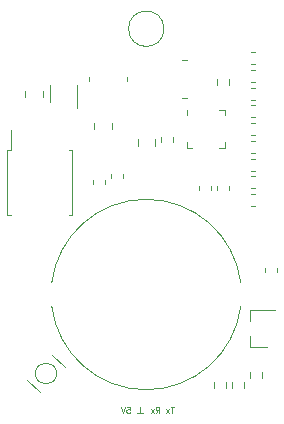
<source format=gbr>
G04 #@! TF.GenerationSoftware,KiCad,Pcbnew,(5.1.9)-1*
G04 #@! TF.CreationDate,2021-12-22T20:54:28+01:00*
G04 #@! TF.ProjectId,Omamori,4f6d616d-6f72-4692-9e6b-696361645f70,rev?*
G04 #@! TF.SameCoordinates,Original*
G04 #@! TF.FileFunction,Legend,Bot*
G04 #@! TF.FilePolarity,Positive*
%FSLAX46Y46*%
G04 Gerber Fmt 4.6, Leading zero omitted, Abs format (unit mm)*
G04 Created by KiCad (PCBNEW (5.1.9)-1) date 2021-12-22 20:54:28*
%MOMM*%
%LPD*%
G01*
G04 APERTURE LIST*
%ADD10C,0.120000*%
%ADD11C,0.125000*%
G04 APERTURE END LIST*
D10*
X26500000Y-14500000D02*
G75*
G03*
X26500000Y-14500000I-1500000J0D01*
G01*
X35050000Y-34753733D02*
X35050000Y-35096267D01*
X36070000Y-34753733D02*
X36070000Y-35096267D01*
X31764500Y-44449276D02*
X31764500Y-44958724D01*
X30719500Y-44449276D02*
X30719500Y-44958724D01*
X25754000Y-23868748D02*
X25754000Y-24391252D01*
X24284000Y-23868748D02*
X24284000Y-24391252D01*
X17000001Y-38000001D02*
G75*
G03*
X32999999Y-37999999I7999999J1000001D01*
G01*
X32999999Y-35999999D02*
G75*
G03*
X17000001Y-36000001I-7999999J-1000001D01*
G01*
X28440000Y-24085000D02*
X28440000Y-24560000D01*
X28440000Y-24560000D02*
X28915000Y-24560000D01*
X31660000Y-21815000D02*
X31660000Y-21340000D01*
X31660000Y-21340000D02*
X31185000Y-21340000D01*
X31660000Y-24085000D02*
X31660000Y-24560000D01*
X31660000Y-24560000D02*
X31185000Y-24560000D01*
X28440000Y-21815000D02*
X28440000Y-21340000D01*
X32243500Y-44958724D02*
X32243500Y-44449276D01*
X33288500Y-44958724D02*
X33288500Y-44449276D01*
X34812500Y-43560276D02*
X34812500Y-44069724D01*
X33767500Y-43560276D02*
X33767500Y-44069724D01*
X33784000Y-41458000D02*
X35244000Y-41458000D01*
X33784000Y-38298000D02*
X35944000Y-38298000D01*
X33784000Y-38298000D02*
X33784000Y-39228000D01*
X33784000Y-41458000D02*
X33784000Y-40528000D01*
X24500000Y-47050000D02*
X24500000Y-46550000D01*
X24750000Y-47050000D02*
X24250000Y-47050000D01*
X18747500Y-27500000D02*
X18747500Y-30247500D01*
X18747500Y-30247500D02*
X18465000Y-30247500D01*
X18747500Y-27500000D02*
X18747500Y-24752500D01*
X18747500Y-24752500D02*
X18465000Y-24752500D01*
X13252500Y-27500000D02*
X13252500Y-30247500D01*
X13252500Y-30247500D02*
X13535000Y-30247500D01*
X13252500Y-27500000D02*
X13252500Y-24752500D01*
X13252500Y-24752500D02*
X13535000Y-24752500D01*
X13535000Y-24752500D02*
X13535000Y-23100000D01*
X22071000Y-22471748D02*
X22071000Y-22994252D01*
X20601000Y-22471748D02*
X20601000Y-22994252D01*
X16235000Y-19738748D02*
X16235000Y-20261252D01*
X14765000Y-19738748D02*
X14765000Y-20261252D01*
X34171267Y-16490000D02*
X33828733Y-16490000D01*
X34171267Y-17510000D02*
X33828733Y-17510000D01*
X32022500Y-19254724D02*
X32022500Y-18745276D01*
X30977500Y-19254724D02*
X30977500Y-18745276D01*
X15979670Y-45278990D02*
X14919010Y-44218330D01*
X18100990Y-43157670D02*
X17040330Y-42097010D01*
X17411387Y-43688000D02*
G75*
G03*
X17411387Y-43688000I-901387J0D01*
G01*
X23350000Y-18950000D02*
X23350000Y-18550000D01*
X20150000Y-18950000D02*
X20150000Y-18550000D01*
X28450000Y-17150000D02*
X28050000Y-17150000D01*
X28450000Y-20350000D02*
X28050000Y-20350000D01*
X34171267Y-19490000D02*
X33828733Y-19490000D01*
X34171267Y-20510000D02*
X33828733Y-20510000D01*
X19160000Y-19300000D02*
X19160000Y-21200000D01*
X16840000Y-20700000D02*
X16840000Y-19300000D01*
X33828733Y-23510000D02*
X34171267Y-23510000D01*
X33828733Y-22490000D02*
X34171267Y-22490000D01*
X33828733Y-28010000D02*
X34171267Y-28010000D01*
X33828733Y-26990000D02*
X34171267Y-26990000D01*
X34171267Y-25490000D02*
X33828733Y-25490000D01*
X34171267Y-26510000D02*
X33828733Y-26510000D01*
X33828733Y-25010000D02*
X34171267Y-25010000D01*
X33828733Y-23990000D02*
X34171267Y-23990000D01*
X29490000Y-27828733D02*
X29490000Y-28171267D01*
X30510000Y-27828733D02*
X30510000Y-28171267D01*
X30990000Y-27828733D02*
X30990000Y-28171267D01*
X32010000Y-27828733D02*
X32010000Y-28171267D01*
X34171267Y-28490000D02*
X33828733Y-28490000D01*
X34171267Y-29510000D02*
X33828733Y-29510000D01*
X23010000Y-27171267D02*
X23010000Y-26828733D01*
X21990000Y-27171267D02*
X21990000Y-26828733D01*
X33828733Y-22010000D02*
X34171267Y-22010000D01*
X33828733Y-20990000D02*
X34171267Y-20990000D01*
X21510000Y-27671267D02*
X21510000Y-27328733D01*
X20490000Y-27671267D02*
X20490000Y-27328733D01*
X33828733Y-19010000D02*
X34171267Y-19010000D01*
X33828733Y-17990000D02*
X34171267Y-17990000D01*
X27307000Y-23704733D02*
X27307000Y-24047267D01*
X26287000Y-23704733D02*
X26287000Y-24047267D01*
D11*
X23345238Y-46526190D02*
X23583333Y-46526190D01*
X23607142Y-46764285D01*
X23583333Y-46740476D01*
X23535714Y-46716666D01*
X23416666Y-46716666D01*
X23369047Y-46740476D01*
X23345238Y-46764285D01*
X23321428Y-46811904D01*
X23321428Y-46930952D01*
X23345238Y-46978571D01*
X23369047Y-47002380D01*
X23416666Y-47026190D01*
X23535714Y-47026190D01*
X23583333Y-47002380D01*
X23607142Y-46978571D01*
X23178571Y-46526190D02*
X23011904Y-47026190D01*
X22845238Y-46526190D01*
X27345238Y-46526190D02*
X27059523Y-46526190D01*
X27202380Y-47026190D02*
X27202380Y-46526190D01*
X26940476Y-47026190D02*
X26678571Y-46692857D01*
X26940476Y-46692857D02*
X26678571Y-47026190D01*
X25797619Y-47026190D02*
X25964285Y-46788095D01*
X26083333Y-47026190D02*
X26083333Y-46526190D01*
X25892857Y-46526190D01*
X25845238Y-46550000D01*
X25821428Y-46573809D01*
X25797619Y-46621428D01*
X25797619Y-46692857D01*
X25821428Y-46740476D01*
X25845238Y-46764285D01*
X25892857Y-46788095D01*
X26083333Y-46788095D01*
X25630952Y-47026190D02*
X25369047Y-46692857D01*
X25630952Y-46692857D02*
X25369047Y-47026190D01*
M02*

</source>
